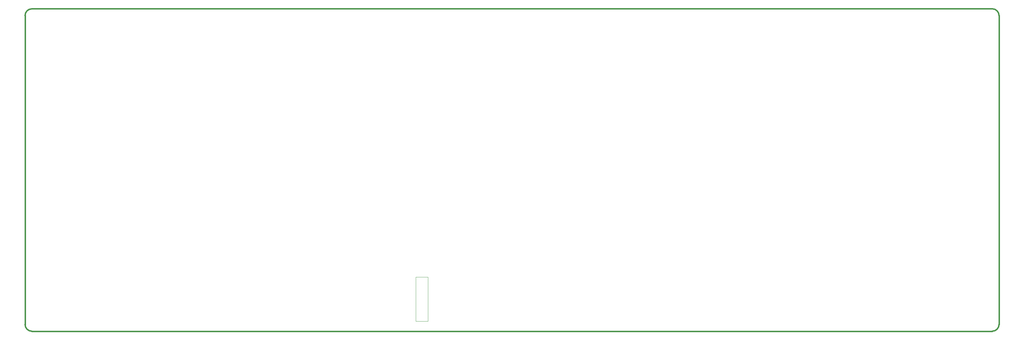
<source format=gbr>
%TF.GenerationSoftware,KiCad,Pcbnew,8.0.2*%
%TF.CreationDate,2024-05-19T01:25:04+08:00*%
%TF.ProjectId,rmk-ble-keyboard,726d6b2d-626c-4652-9d6b-6579626f6172,0*%
%TF.SameCoordinates,Original*%
%TF.FileFunction,Profile,NP*%
%FSLAX46Y46*%
G04 Gerber Fmt 4.6, Leading zero omitted, Abs format (unit mm)*
G04 Created by KiCad (PCBNEW 8.0.2) date 2024-05-19 01:25:04*
%MOMM*%
%LPD*%
G01*
G04 APERTURE LIST*
%TA.AperFunction,Profile*%
%ADD10C,0.400000*%
%TD*%
%TA.AperFunction,Profile*%
%ADD11C,0.100000*%
%TD*%
G04 APERTURE END LIST*
D10*
X285000000Y92500000D02*
X285000000Y2000000D01*
X0Y2000000D02*
X0Y92500000D01*
X0Y92500000D02*
G75*
G02*
X2000000Y94500000I2000000J0D01*
G01*
X283000000Y94500000D02*
G75*
G02*
X285000000Y92500000I0J-2000000D01*
G01*
X285000000Y2000000D02*
G75*
G02*
X283000000Y0I-2000000J0D01*
G01*
X2000000Y0D02*
G75*
G02*
X0Y2000000I0J2000000D01*
G01*
X2000000Y94500000D02*
X283000000Y94500000D01*
X283000000Y0D02*
X2000000Y0D01*
D11*
X114290000Y15885000D02*
X117860000Y15885000D01*
X117860000Y2895000D01*
X114290000Y2895000D01*
X114290000Y15885000D01*
M02*

</source>
